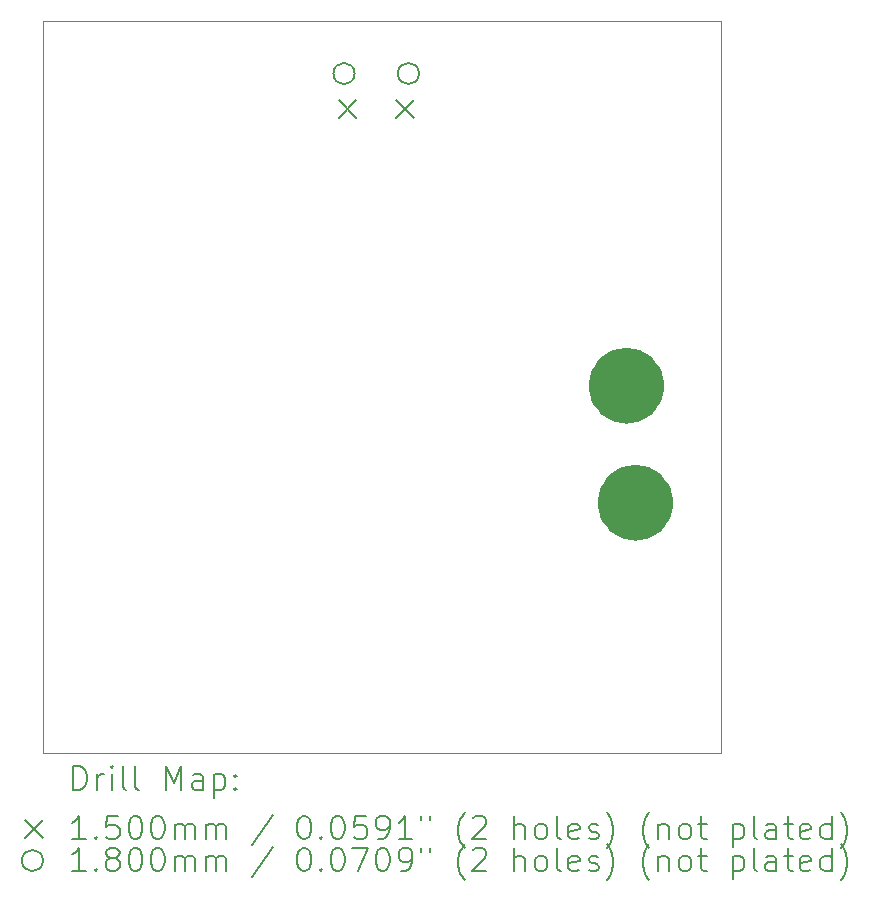
<source format=gbr>
%FSLAX45Y45*%
G04 Gerber Fmt 4.5, Leading zero omitted, Abs format (unit mm)*
G04 Created by KiCad (PCBNEW (6.0.6)) date 2022-11-09 14:25:15*
%MOMM*%
%LPD*%
G01*
G04 APERTURE LIST*
%TA.AperFunction,Profile*%
%ADD10C,3.213100*%
%TD*%
%TA.AperFunction,Profile*%
%ADD11C,0.025400*%
%TD*%
%ADD12C,0.200000*%
%ADD13C,0.150000*%
%ADD14C,0.180000*%
G04 APERTURE END LIST*
D10*
X10966405Y-14772050D02*
G75*
G03*
X10966405Y-14772050I-160655J0D01*
G01*
D11*
X5791200Y-10693400D02*
X11531600Y-10693400D01*
X11531600Y-10693400D02*
X11531600Y-16891000D01*
X11531600Y-16891000D02*
X5791200Y-16891000D01*
X5791200Y-16891000D02*
X5791200Y-10693400D01*
D10*
X10890205Y-13781450D02*
G75*
G03*
X10890205Y-13781450I-160655J0D01*
G01*
D12*
D13*
X8293100Y-11366200D02*
X8443100Y-11516200D01*
X8443100Y-11366200D02*
X8293100Y-11516200D01*
X8778100Y-11366200D02*
X8928100Y-11516200D01*
X8928100Y-11366200D02*
X8778100Y-11516200D01*
D14*
X8428100Y-11138200D02*
G75*
G03*
X8428100Y-11138200I-90000J0D01*
G01*
X8973100Y-11138200D02*
G75*
G03*
X8973100Y-11138200I-90000J0D01*
G01*
D12*
X6047549Y-17202746D02*
X6047549Y-17002746D01*
X6095168Y-17002746D01*
X6123739Y-17012270D01*
X6142787Y-17031318D01*
X6152311Y-17050365D01*
X6161835Y-17088460D01*
X6161835Y-17117032D01*
X6152311Y-17155127D01*
X6142787Y-17174175D01*
X6123739Y-17193222D01*
X6095168Y-17202746D01*
X6047549Y-17202746D01*
X6247549Y-17202746D02*
X6247549Y-17069413D01*
X6247549Y-17107508D02*
X6257073Y-17088460D01*
X6266597Y-17078937D01*
X6285644Y-17069413D01*
X6304692Y-17069413D01*
X6371358Y-17202746D02*
X6371358Y-17069413D01*
X6371358Y-17002746D02*
X6361835Y-17012270D01*
X6371358Y-17021794D01*
X6380882Y-17012270D01*
X6371358Y-17002746D01*
X6371358Y-17021794D01*
X6495168Y-17202746D02*
X6476120Y-17193222D01*
X6466597Y-17174175D01*
X6466597Y-17002746D01*
X6599930Y-17202746D02*
X6580882Y-17193222D01*
X6571358Y-17174175D01*
X6571358Y-17002746D01*
X6828501Y-17202746D02*
X6828501Y-17002746D01*
X6895168Y-17145603D01*
X6961835Y-17002746D01*
X6961835Y-17202746D01*
X7142787Y-17202746D02*
X7142787Y-17097984D01*
X7133263Y-17078937D01*
X7114216Y-17069413D01*
X7076120Y-17069413D01*
X7057073Y-17078937D01*
X7142787Y-17193222D02*
X7123739Y-17202746D01*
X7076120Y-17202746D01*
X7057073Y-17193222D01*
X7047549Y-17174175D01*
X7047549Y-17155127D01*
X7057073Y-17136080D01*
X7076120Y-17126556D01*
X7123739Y-17126556D01*
X7142787Y-17117032D01*
X7238025Y-17069413D02*
X7238025Y-17269413D01*
X7238025Y-17078937D02*
X7257073Y-17069413D01*
X7295168Y-17069413D01*
X7314216Y-17078937D01*
X7323739Y-17088460D01*
X7333263Y-17107508D01*
X7333263Y-17164651D01*
X7323739Y-17183699D01*
X7314216Y-17193222D01*
X7295168Y-17202746D01*
X7257073Y-17202746D01*
X7238025Y-17193222D01*
X7418978Y-17183699D02*
X7428501Y-17193222D01*
X7418978Y-17202746D01*
X7409454Y-17193222D01*
X7418978Y-17183699D01*
X7418978Y-17202746D01*
X7418978Y-17078937D02*
X7428501Y-17088460D01*
X7418978Y-17097984D01*
X7409454Y-17088460D01*
X7418978Y-17078937D01*
X7418978Y-17097984D01*
D13*
X5639930Y-17457270D02*
X5789930Y-17607270D01*
X5789930Y-17457270D02*
X5639930Y-17607270D01*
D12*
X6152311Y-17622746D02*
X6038025Y-17622746D01*
X6095168Y-17622746D02*
X6095168Y-17422746D01*
X6076120Y-17451318D01*
X6057073Y-17470365D01*
X6038025Y-17479889D01*
X6238025Y-17603699D02*
X6247549Y-17613222D01*
X6238025Y-17622746D01*
X6228501Y-17613222D01*
X6238025Y-17603699D01*
X6238025Y-17622746D01*
X6428501Y-17422746D02*
X6333263Y-17422746D01*
X6323739Y-17517984D01*
X6333263Y-17508460D01*
X6352311Y-17498937D01*
X6399930Y-17498937D01*
X6418978Y-17508460D01*
X6428501Y-17517984D01*
X6438025Y-17537032D01*
X6438025Y-17584651D01*
X6428501Y-17603699D01*
X6418978Y-17613222D01*
X6399930Y-17622746D01*
X6352311Y-17622746D01*
X6333263Y-17613222D01*
X6323739Y-17603699D01*
X6561835Y-17422746D02*
X6580882Y-17422746D01*
X6599930Y-17432270D01*
X6609454Y-17441794D01*
X6618978Y-17460841D01*
X6628501Y-17498937D01*
X6628501Y-17546556D01*
X6618978Y-17584651D01*
X6609454Y-17603699D01*
X6599930Y-17613222D01*
X6580882Y-17622746D01*
X6561835Y-17622746D01*
X6542787Y-17613222D01*
X6533263Y-17603699D01*
X6523739Y-17584651D01*
X6514216Y-17546556D01*
X6514216Y-17498937D01*
X6523739Y-17460841D01*
X6533263Y-17441794D01*
X6542787Y-17432270D01*
X6561835Y-17422746D01*
X6752311Y-17422746D02*
X6771358Y-17422746D01*
X6790406Y-17432270D01*
X6799930Y-17441794D01*
X6809454Y-17460841D01*
X6818978Y-17498937D01*
X6818978Y-17546556D01*
X6809454Y-17584651D01*
X6799930Y-17603699D01*
X6790406Y-17613222D01*
X6771358Y-17622746D01*
X6752311Y-17622746D01*
X6733263Y-17613222D01*
X6723739Y-17603699D01*
X6714216Y-17584651D01*
X6704692Y-17546556D01*
X6704692Y-17498937D01*
X6714216Y-17460841D01*
X6723739Y-17441794D01*
X6733263Y-17432270D01*
X6752311Y-17422746D01*
X6904692Y-17622746D02*
X6904692Y-17489413D01*
X6904692Y-17508460D02*
X6914216Y-17498937D01*
X6933263Y-17489413D01*
X6961835Y-17489413D01*
X6980882Y-17498937D01*
X6990406Y-17517984D01*
X6990406Y-17622746D01*
X6990406Y-17517984D02*
X6999930Y-17498937D01*
X7018978Y-17489413D01*
X7047549Y-17489413D01*
X7066597Y-17498937D01*
X7076120Y-17517984D01*
X7076120Y-17622746D01*
X7171358Y-17622746D02*
X7171358Y-17489413D01*
X7171358Y-17508460D02*
X7180882Y-17498937D01*
X7199930Y-17489413D01*
X7228501Y-17489413D01*
X7247549Y-17498937D01*
X7257073Y-17517984D01*
X7257073Y-17622746D01*
X7257073Y-17517984D02*
X7266597Y-17498937D01*
X7285644Y-17489413D01*
X7314216Y-17489413D01*
X7333263Y-17498937D01*
X7342787Y-17517984D01*
X7342787Y-17622746D01*
X7733263Y-17413222D02*
X7561835Y-17670365D01*
X7990406Y-17422746D02*
X8009454Y-17422746D01*
X8028501Y-17432270D01*
X8038025Y-17441794D01*
X8047549Y-17460841D01*
X8057073Y-17498937D01*
X8057073Y-17546556D01*
X8047549Y-17584651D01*
X8038025Y-17603699D01*
X8028501Y-17613222D01*
X8009454Y-17622746D01*
X7990406Y-17622746D01*
X7971358Y-17613222D01*
X7961835Y-17603699D01*
X7952311Y-17584651D01*
X7942787Y-17546556D01*
X7942787Y-17498937D01*
X7952311Y-17460841D01*
X7961835Y-17441794D01*
X7971358Y-17432270D01*
X7990406Y-17422746D01*
X8142787Y-17603699D02*
X8152311Y-17613222D01*
X8142787Y-17622746D01*
X8133263Y-17613222D01*
X8142787Y-17603699D01*
X8142787Y-17622746D01*
X8276120Y-17422746D02*
X8295168Y-17422746D01*
X8314216Y-17432270D01*
X8323739Y-17441794D01*
X8333263Y-17460841D01*
X8342787Y-17498937D01*
X8342787Y-17546556D01*
X8333263Y-17584651D01*
X8323739Y-17603699D01*
X8314216Y-17613222D01*
X8295168Y-17622746D01*
X8276120Y-17622746D01*
X8257073Y-17613222D01*
X8247549Y-17603699D01*
X8238025Y-17584651D01*
X8228501Y-17546556D01*
X8228501Y-17498937D01*
X8238025Y-17460841D01*
X8247549Y-17441794D01*
X8257073Y-17432270D01*
X8276120Y-17422746D01*
X8523740Y-17422746D02*
X8428501Y-17422746D01*
X8418978Y-17517984D01*
X8428501Y-17508460D01*
X8447549Y-17498937D01*
X8495168Y-17498937D01*
X8514216Y-17508460D01*
X8523740Y-17517984D01*
X8533263Y-17537032D01*
X8533263Y-17584651D01*
X8523740Y-17603699D01*
X8514216Y-17613222D01*
X8495168Y-17622746D01*
X8447549Y-17622746D01*
X8428501Y-17613222D01*
X8418978Y-17603699D01*
X8628501Y-17622746D02*
X8666597Y-17622746D01*
X8685644Y-17613222D01*
X8695168Y-17603699D01*
X8714216Y-17575127D01*
X8723740Y-17537032D01*
X8723740Y-17460841D01*
X8714216Y-17441794D01*
X8704692Y-17432270D01*
X8685644Y-17422746D01*
X8647549Y-17422746D01*
X8628501Y-17432270D01*
X8618978Y-17441794D01*
X8609454Y-17460841D01*
X8609454Y-17508460D01*
X8618978Y-17527508D01*
X8628501Y-17537032D01*
X8647549Y-17546556D01*
X8685644Y-17546556D01*
X8704692Y-17537032D01*
X8714216Y-17527508D01*
X8723740Y-17508460D01*
X8914216Y-17622746D02*
X8799930Y-17622746D01*
X8857073Y-17622746D02*
X8857073Y-17422746D01*
X8838025Y-17451318D01*
X8818978Y-17470365D01*
X8799930Y-17479889D01*
X8990406Y-17422746D02*
X8990406Y-17460841D01*
X9066597Y-17422746D02*
X9066597Y-17460841D01*
X9361835Y-17698937D02*
X9352311Y-17689413D01*
X9333263Y-17660841D01*
X9323740Y-17641794D01*
X9314216Y-17613222D01*
X9304692Y-17565603D01*
X9304692Y-17527508D01*
X9314216Y-17479889D01*
X9323740Y-17451318D01*
X9333263Y-17432270D01*
X9352311Y-17403699D01*
X9361835Y-17394175D01*
X9428501Y-17441794D02*
X9438025Y-17432270D01*
X9457073Y-17422746D01*
X9504692Y-17422746D01*
X9523740Y-17432270D01*
X9533263Y-17441794D01*
X9542787Y-17460841D01*
X9542787Y-17479889D01*
X9533263Y-17508460D01*
X9418978Y-17622746D01*
X9542787Y-17622746D01*
X9780882Y-17622746D02*
X9780882Y-17422746D01*
X9866597Y-17622746D02*
X9866597Y-17517984D01*
X9857073Y-17498937D01*
X9838025Y-17489413D01*
X9809454Y-17489413D01*
X9790406Y-17498937D01*
X9780882Y-17508460D01*
X9990406Y-17622746D02*
X9971359Y-17613222D01*
X9961835Y-17603699D01*
X9952311Y-17584651D01*
X9952311Y-17527508D01*
X9961835Y-17508460D01*
X9971359Y-17498937D01*
X9990406Y-17489413D01*
X10018978Y-17489413D01*
X10038025Y-17498937D01*
X10047549Y-17508460D01*
X10057073Y-17527508D01*
X10057073Y-17584651D01*
X10047549Y-17603699D01*
X10038025Y-17613222D01*
X10018978Y-17622746D01*
X9990406Y-17622746D01*
X10171359Y-17622746D02*
X10152311Y-17613222D01*
X10142787Y-17594175D01*
X10142787Y-17422746D01*
X10323740Y-17613222D02*
X10304692Y-17622746D01*
X10266597Y-17622746D01*
X10247549Y-17613222D01*
X10238025Y-17594175D01*
X10238025Y-17517984D01*
X10247549Y-17498937D01*
X10266597Y-17489413D01*
X10304692Y-17489413D01*
X10323740Y-17498937D01*
X10333263Y-17517984D01*
X10333263Y-17537032D01*
X10238025Y-17556080D01*
X10409454Y-17613222D02*
X10428501Y-17622746D01*
X10466597Y-17622746D01*
X10485644Y-17613222D01*
X10495168Y-17594175D01*
X10495168Y-17584651D01*
X10485644Y-17565603D01*
X10466597Y-17556080D01*
X10438025Y-17556080D01*
X10418978Y-17546556D01*
X10409454Y-17527508D01*
X10409454Y-17517984D01*
X10418978Y-17498937D01*
X10438025Y-17489413D01*
X10466597Y-17489413D01*
X10485644Y-17498937D01*
X10561835Y-17698937D02*
X10571359Y-17689413D01*
X10590406Y-17660841D01*
X10599930Y-17641794D01*
X10609454Y-17613222D01*
X10618978Y-17565603D01*
X10618978Y-17527508D01*
X10609454Y-17479889D01*
X10599930Y-17451318D01*
X10590406Y-17432270D01*
X10571359Y-17403699D01*
X10561835Y-17394175D01*
X10923740Y-17698937D02*
X10914216Y-17689413D01*
X10895168Y-17660841D01*
X10885644Y-17641794D01*
X10876120Y-17613222D01*
X10866597Y-17565603D01*
X10866597Y-17527508D01*
X10876120Y-17479889D01*
X10885644Y-17451318D01*
X10895168Y-17432270D01*
X10914216Y-17403699D01*
X10923740Y-17394175D01*
X10999930Y-17489413D02*
X10999930Y-17622746D01*
X10999930Y-17508460D02*
X11009454Y-17498937D01*
X11028501Y-17489413D01*
X11057073Y-17489413D01*
X11076120Y-17498937D01*
X11085644Y-17517984D01*
X11085644Y-17622746D01*
X11209454Y-17622746D02*
X11190406Y-17613222D01*
X11180882Y-17603699D01*
X11171359Y-17584651D01*
X11171359Y-17527508D01*
X11180882Y-17508460D01*
X11190406Y-17498937D01*
X11209454Y-17489413D01*
X11238025Y-17489413D01*
X11257073Y-17498937D01*
X11266597Y-17508460D01*
X11276120Y-17527508D01*
X11276120Y-17584651D01*
X11266597Y-17603699D01*
X11257073Y-17613222D01*
X11238025Y-17622746D01*
X11209454Y-17622746D01*
X11333263Y-17489413D02*
X11409454Y-17489413D01*
X11361835Y-17422746D02*
X11361835Y-17594175D01*
X11371358Y-17613222D01*
X11390406Y-17622746D01*
X11409454Y-17622746D01*
X11628501Y-17489413D02*
X11628501Y-17689413D01*
X11628501Y-17498937D02*
X11647549Y-17489413D01*
X11685644Y-17489413D01*
X11704692Y-17498937D01*
X11714216Y-17508460D01*
X11723739Y-17527508D01*
X11723739Y-17584651D01*
X11714216Y-17603699D01*
X11704692Y-17613222D01*
X11685644Y-17622746D01*
X11647549Y-17622746D01*
X11628501Y-17613222D01*
X11838025Y-17622746D02*
X11818978Y-17613222D01*
X11809454Y-17594175D01*
X11809454Y-17422746D01*
X11999930Y-17622746D02*
X11999930Y-17517984D01*
X11990406Y-17498937D01*
X11971358Y-17489413D01*
X11933263Y-17489413D01*
X11914216Y-17498937D01*
X11999930Y-17613222D02*
X11980882Y-17622746D01*
X11933263Y-17622746D01*
X11914216Y-17613222D01*
X11904692Y-17594175D01*
X11904692Y-17575127D01*
X11914216Y-17556080D01*
X11933263Y-17546556D01*
X11980882Y-17546556D01*
X11999930Y-17537032D01*
X12066597Y-17489413D02*
X12142787Y-17489413D01*
X12095168Y-17422746D02*
X12095168Y-17594175D01*
X12104692Y-17613222D01*
X12123739Y-17622746D01*
X12142787Y-17622746D01*
X12285644Y-17613222D02*
X12266597Y-17622746D01*
X12228501Y-17622746D01*
X12209454Y-17613222D01*
X12199930Y-17594175D01*
X12199930Y-17517984D01*
X12209454Y-17498937D01*
X12228501Y-17489413D01*
X12266597Y-17489413D01*
X12285644Y-17498937D01*
X12295168Y-17517984D01*
X12295168Y-17537032D01*
X12199930Y-17556080D01*
X12466597Y-17622746D02*
X12466597Y-17422746D01*
X12466597Y-17613222D02*
X12447549Y-17622746D01*
X12409454Y-17622746D01*
X12390406Y-17613222D01*
X12380882Y-17603699D01*
X12371358Y-17584651D01*
X12371358Y-17527508D01*
X12380882Y-17508460D01*
X12390406Y-17498937D01*
X12409454Y-17489413D01*
X12447549Y-17489413D01*
X12466597Y-17498937D01*
X12542787Y-17698937D02*
X12552311Y-17689413D01*
X12571358Y-17660841D01*
X12580882Y-17641794D01*
X12590406Y-17613222D01*
X12599930Y-17565603D01*
X12599930Y-17527508D01*
X12590406Y-17479889D01*
X12580882Y-17451318D01*
X12571358Y-17432270D01*
X12552311Y-17403699D01*
X12542787Y-17394175D01*
D14*
X5789930Y-17802270D02*
G75*
G03*
X5789930Y-17802270I-90000J0D01*
G01*
D12*
X6152311Y-17892746D02*
X6038025Y-17892746D01*
X6095168Y-17892746D02*
X6095168Y-17692746D01*
X6076120Y-17721318D01*
X6057073Y-17740365D01*
X6038025Y-17749889D01*
X6238025Y-17873699D02*
X6247549Y-17883222D01*
X6238025Y-17892746D01*
X6228501Y-17883222D01*
X6238025Y-17873699D01*
X6238025Y-17892746D01*
X6361835Y-17778460D02*
X6342787Y-17768937D01*
X6333263Y-17759413D01*
X6323739Y-17740365D01*
X6323739Y-17730841D01*
X6333263Y-17711794D01*
X6342787Y-17702270D01*
X6361835Y-17692746D01*
X6399930Y-17692746D01*
X6418978Y-17702270D01*
X6428501Y-17711794D01*
X6438025Y-17730841D01*
X6438025Y-17740365D01*
X6428501Y-17759413D01*
X6418978Y-17768937D01*
X6399930Y-17778460D01*
X6361835Y-17778460D01*
X6342787Y-17787984D01*
X6333263Y-17797508D01*
X6323739Y-17816556D01*
X6323739Y-17854651D01*
X6333263Y-17873699D01*
X6342787Y-17883222D01*
X6361835Y-17892746D01*
X6399930Y-17892746D01*
X6418978Y-17883222D01*
X6428501Y-17873699D01*
X6438025Y-17854651D01*
X6438025Y-17816556D01*
X6428501Y-17797508D01*
X6418978Y-17787984D01*
X6399930Y-17778460D01*
X6561835Y-17692746D02*
X6580882Y-17692746D01*
X6599930Y-17702270D01*
X6609454Y-17711794D01*
X6618978Y-17730841D01*
X6628501Y-17768937D01*
X6628501Y-17816556D01*
X6618978Y-17854651D01*
X6609454Y-17873699D01*
X6599930Y-17883222D01*
X6580882Y-17892746D01*
X6561835Y-17892746D01*
X6542787Y-17883222D01*
X6533263Y-17873699D01*
X6523739Y-17854651D01*
X6514216Y-17816556D01*
X6514216Y-17768937D01*
X6523739Y-17730841D01*
X6533263Y-17711794D01*
X6542787Y-17702270D01*
X6561835Y-17692746D01*
X6752311Y-17692746D02*
X6771358Y-17692746D01*
X6790406Y-17702270D01*
X6799930Y-17711794D01*
X6809454Y-17730841D01*
X6818978Y-17768937D01*
X6818978Y-17816556D01*
X6809454Y-17854651D01*
X6799930Y-17873699D01*
X6790406Y-17883222D01*
X6771358Y-17892746D01*
X6752311Y-17892746D01*
X6733263Y-17883222D01*
X6723739Y-17873699D01*
X6714216Y-17854651D01*
X6704692Y-17816556D01*
X6704692Y-17768937D01*
X6714216Y-17730841D01*
X6723739Y-17711794D01*
X6733263Y-17702270D01*
X6752311Y-17692746D01*
X6904692Y-17892746D02*
X6904692Y-17759413D01*
X6904692Y-17778460D02*
X6914216Y-17768937D01*
X6933263Y-17759413D01*
X6961835Y-17759413D01*
X6980882Y-17768937D01*
X6990406Y-17787984D01*
X6990406Y-17892746D01*
X6990406Y-17787984D02*
X6999930Y-17768937D01*
X7018978Y-17759413D01*
X7047549Y-17759413D01*
X7066597Y-17768937D01*
X7076120Y-17787984D01*
X7076120Y-17892746D01*
X7171358Y-17892746D02*
X7171358Y-17759413D01*
X7171358Y-17778460D02*
X7180882Y-17768937D01*
X7199930Y-17759413D01*
X7228501Y-17759413D01*
X7247549Y-17768937D01*
X7257073Y-17787984D01*
X7257073Y-17892746D01*
X7257073Y-17787984D02*
X7266597Y-17768937D01*
X7285644Y-17759413D01*
X7314216Y-17759413D01*
X7333263Y-17768937D01*
X7342787Y-17787984D01*
X7342787Y-17892746D01*
X7733263Y-17683222D02*
X7561835Y-17940365D01*
X7990406Y-17692746D02*
X8009454Y-17692746D01*
X8028501Y-17702270D01*
X8038025Y-17711794D01*
X8047549Y-17730841D01*
X8057073Y-17768937D01*
X8057073Y-17816556D01*
X8047549Y-17854651D01*
X8038025Y-17873699D01*
X8028501Y-17883222D01*
X8009454Y-17892746D01*
X7990406Y-17892746D01*
X7971358Y-17883222D01*
X7961835Y-17873699D01*
X7952311Y-17854651D01*
X7942787Y-17816556D01*
X7942787Y-17768937D01*
X7952311Y-17730841D01*
X7961835Y-17711794D01*
X7971358Y-17702270D01*
X7990406Y-17692746D01*
X8142787Y-17873699D02*
X8152311Y-17883222D01*
X8142787Y-17892746D01*
X8133263Y-17883222D01*
X8142787Y-17873699D01*
X8142787Y-17892746D01*
X8276120Y-17692746D02*
X8295168Y-17692746D01*
X8314216Y-17702270D01*
X8323739Y-17711794D01*
X8333263Y-17730841D01*
X8342787Y-17768937D01*
X8342787Y-17816556D01*
X8333263Y-17854651D01*
X8323739Y-17873699D01*
X8314216Y-17883222D01*
X8295168Y-17892746D01*
X8276120Y-17892746D01*
X8257073Y-17883222D01*
X8247549Y-17873699D01*
X8238025Y-17854651D01*
X8228501Y-17816556D01*
X8228501Y-17768937D01*
X8238025Y-17730841D01*
X8247549Y-17711794D01*
X8257073Y-17702270D01*
X8276120Y-17692746D01*
X8409454Y-17692746D02*
X8542787Y-17692746D01*
X8457073Y-17892746D01*
X8657073Y-17692746D02*
X8676120Y-17692746D01*
X8695168Y-17702270D01*
X8704692Y-17711794D01*
X8714216Y-17730841D01*
X8723740Y-17768937D01*
X8723740Y-17816556D01*
X8714216Y-17854651D01*
X8704692Y-17873699D01*
X8695168Y-17883222D01*
X8676120Y-17892746D01*
X8657073Y-17892746D01*
X8638025Y-17883222D01*
X8628501Y-17873699D01*
X8618978Y-17854651D01*
X8609454Y-17816556D01*
X8609454Y-17768937D01*
X8618978Y-17730841D01*
X8628501Y-17711794D01*
X8638025Y-17702270D01*
X8657073Y-17692746D01*
X8818978Y-17892746D02*
X8857073Y-17892746D01*
X8876120Y-17883222D01*
X8885644Y-17873699D01*
X8904692Y-17845127D01*
X8914216Y-17807032D01*
X8914216Y-17730841D01*
X8904692Y-17711794D01*
X8895168Y-17702270D01*
X8876120Y-17692746D01*
X8838025Y-17692746D01*
X8818978Y-17702270D01*
X8809454Y-17711794D01*
X8799930Y-17730841D01*
X8799930Y-17778460D01*
X8809454Y-17797508D01*
X8818978Y-17807032D01*
X8838025Y-17816556D01*
X8876120Y-17816556D01*
X8895168Y-17807032D01*
X8904692Y-17797508D01*
X8914216Y-17778460D01*
X8990406Y-17692746D02*
X8990406Y-17730841D01*
X9066597Y-17692746D02*
X9066597Y-17730841D01*
X9361835Y-17968937D02*
X9352311Y-17959413D01*
X9333263Y-17930841D01*
X9323740Y-17911794D01*
X9314216Y-17883222D01*
X9304692Y-17835603D01*
X9304692Y-17797508D01*
X9314216Y-17749889D01*
X9323740Y-17721318D01*
X9333263Y-17702270D01*
X9352311Y-17673699D01*
X9361835Y-17664175D01*
X9428501Y-17711794D02*
X9438025Y-17702270D01*
X9457073Y-17692746D01*
X9504692Y-17692746D01*
X9523740Y-17702270D01*
X9533263Y-17711794D01*
X9542787Y-17730841D01*
X9542787Y-17749889D01*
X9533263Y-17778460D01*
X9418978Y-17892746D01*
X9542787Y-17892746D01*
X9780882Y-17892746D02*
X9780882Y-17692746D01*
X9866597Y-17892746D02*
X9866597Y-17787984D01*
X9857073Y-17768937D01*
X9838025Y-17759413D01*
X9809454Y-17759413D01*
X9790406Y-17768937D01*
X9780882Y-17778460D01*
X9990406Y-17892746D02*
X9971359Y-17883222D01*
X9961835Y-17873699D01*
X9952311Y-17854651D01*
X9952311Y-17797508D01*
X9961835Y-17778460D01*
X9971359Y-17768937D01*
X9990406Y-17759413D01*
X10018978Y-17759413D01*
X10038025Y-17768937D01*
X10047549Y-17778460D01*
X10057073Y-17797508D01*
X10057073Y-17854651D01*
X10047549Y-17873699D01*
X10038025Y-17883222D01*
X10018978Y-17892746D01*
X9990406Y-17892746D01*
X10171359Y-17892746D02*
X10152311Y-17883222D01*
X10142787Y-17864175D01*
X10142787Y-17692746D01*
X10323740Y-17883222D02*
X10304692Y-17892746D01*
X10266597Y-17892746D01*
X10247549Y-17883222D01*
X10238025Y-17864175D01*
X10238025Y-17787984D01*
X10247549Y-17768937D01*
X10266597Y-17759413D01*
X10304692Y-17759413D01*
X10323740Y-17768937D01*
X10333263Y-17787984D01*
X10333263Y-17807032D01*
X10238025Y-17826080D01*
X10409454Y-17883222D02*
X10428501Y-17892746D01*
X10466597Y-17892746D01*
X10485644Y-17883222D01*
X10495168Y-17864175D01*
X10495168Y-17854651D01*
X10485644Y-17835603D01*
X10466597Y-17826080D01*
X10438025Y-17826080D01*
X10418978Y-17816556D01*
X10409454Y-17797508D01*
X10409454Y-17787984D01*
X10418978Y-17768937D01*
X10438025Y-17759413D01*
X10466597Y-17759413D01*
X10485644Y-17768937D01*
X10561835Y-17968937D02*
X10571359Y-17959413D01*
X10590406Y-17930841D01*
X10599930Y-17911794D01*
X10609454Y-17883222D01*
X10618978Y-17835603D01*
X10618978Y-17797508D01*
X10609454Y-17749889D01*
X10599930Y-17721318D01*
X10590406Y-17702270D01*
X10571359Y-17673699D01*
X10561835Y-17664175D01*
X10923740Y-17968937D02*
X10914216Y-17959413D01*
X10895168Y-17930841D01*
X10885644Y-17911794D01*
X10876120Y-17883222D01*
X10866597Y-17835603D01*
X10866597Y-17797508D01*
X10876120Y-17749889D01*
X10885644Y-17721318D01*
X10895168Y-17702270D01*
X10914216Y-17673699D01*
X10923740Y-17664175D01*
X10999930Y-17759413D02*
X10999930Y-17892746D01*
X10999930Y-17778460D02*
X11009454Y-17768937D01*
X11028501Y-17759413D01*
X11057073Y-17759413D01*
X11076120Y-17768937D01*
X11085644Y-17787984D01*
X11085644Y-17892746D01*
X11209454Y-17892746D02*
X11190406Y-17883222D01*
X11180882Y-17873699D01*
X11171359Y-17854651D01*
X11171359Y-17797508D01*
X11180882Y-17778460D01*
X11190406Y-17768937D01*
X11209454Y-17759413D01*
X11238025Y-17759413D01*
X11257073Y-17768937D01*
X11266597Y-17778460D01*
X11276120Y-17797508D01*
X11276120Y-17854651D01*
X11266597Y-17873699D01*
X11257073Y-17883222D01*
X11238025Y-17892746D01*
X11209454Y-17892746D01*
X11333263Y-17759413D02*
X11409454Y-17759413D01*
X11361835Y-17692746D02*
X11361835Y-17864175D01*
X11371358Y-17883222D01*
X11390406Y-17892746D01*
X11409454Y-17892746D01*
X11628501Y-17759413D02*
X11628501Y-17959413D01*
X11628501Y-17768937D02*
X11647549Y-17759413D01*
X11685644Y-17759413D01*
X11704692Y-17768937D01*
X11714216Y-17778460D01*
X11723739Y-17797508D01*
X11723739Y-17854651D01*
X11714216Y-17873699D01*
X11704692Y-17883222D01*
X11685644Y-17892746D01*
X11647549Y-17892746D01*
X11628501Y-17883222D01*
X11838025Y-17892746D02*
X11818978Y-17883222D01*
X11809454Y-17864175D01*
X11809454Y-17692746D01*
X11999930Y-17892746D02*
X11999930Y-17787984D01*
X11990406Y-17768937D01*
X11971358Y-17759413D01*
X11933263Y-17759413D01*
X11914216Y-17768937D01*
X11999930Y-17883222D02*
X11980882Y-17892746D01*
X11933263Y-17892746D01*
X11914216Y-17883222D01*
X11904692Y-17864175D01*
X11904692Y-17845127D01*
X11914216Y-17826080D01*
X11933263Y-17816556D01*
X11980882Y-17816556D01*
X11999930Y-17807032D01*
X12066597Y-17759413D02*
X12142787Y-17759413D01*
X12095168Y-17692746D02*
X12095168Y-17864175D01*
X12104692Y-17883222D01*
X12123739Y-17892746D01*
X12142787Y-17892746D01*
X12285644Y-17883222D02*
X12266597Y-17892746D01*
X12228501Y-17892746D01*
X12209454Y-17883222D01*
X12199930Y-17864175D01*
X12199930Y-17787984D01*
X12209454Y-17768937D01*
X12228501Y-17759413D01*
X12266597Y-17759413D01*
X12285644Y-17768937D01*
X12295168Y-17787984D01*
X12295168Y-17807032D01*
X12199930Y-17826080D01*
X12466597Y-17892746D02*
X12466597Y-17692746D01*
X12466597Y-17883222D02*
X12447549Y-17892746D01*
X12409454Y-17892746D01*
X12390406Y-17883222D01*
X12380882Y-17873699D01*
X12371358Y-17854651D01*
X12371358Y-17797508D01*
X12380882Y-17778460D01*
X12390406Y-17768937D01*
X12409454Y-17759413D01*
X12447549Y-17759413D01*
X12466597Y-17768937D01*
X12542787Y-17968937D02*
X12552311Y-17959413D01*
X12571358Y-17930841D01*
X12580882Y-17911794D01*
X12590406Y-17883222D01*
X12599930Y-17835603D01*
X12599930Y-17797508D01*
X12590406Y-17749889D01*
X12580882Y-17721318D01*
X12571358Y-17702270D01*
X12552311Y-17673699D01*
X12542787Y-17664175D01*
M02*

</source>
